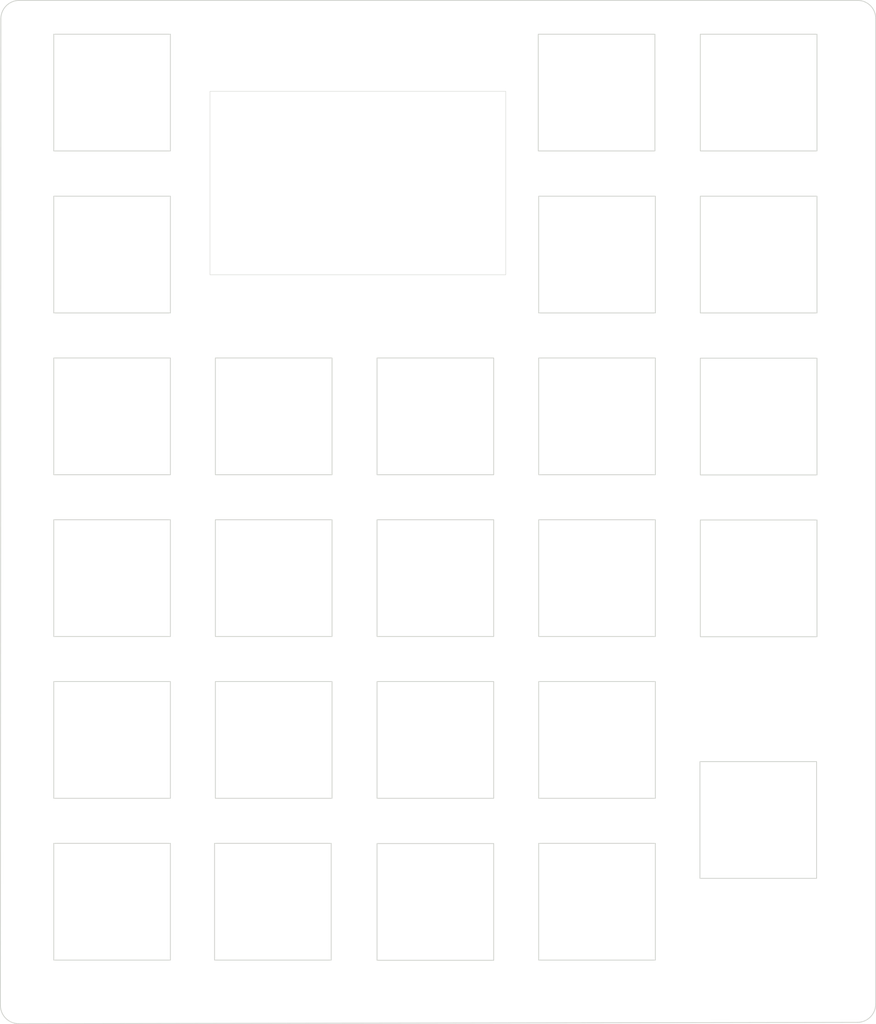
<source format=kicad_pcb>
(kicad_pcb (version 20210228) (generator pcbnew)

  (general
    (thickness 1.6)
  )

  (paper "A4")
  (layers
    (0 "F.Cu" signal)
    (31 "B.Cu" signal)
    (32 "B.Adhes" user "B.Adhesive")
    (33 "F.Adhes" user "F.Adhesive")
    (34 "B.Paste" user)
    (35 "F.Paste" user)
    (36 "B.SilkS" user "B.Silkscreen")
    (37 "F.SilkS" user "F.Silkscreen")
    (38 "B.Mask" user)
    (39 "F.Mask" user)
    (40 "Dwgs.User" user "User.Drawings")
    (41 "Cmts.User" user "User.Comments")
    (42 "Eco1.User" user "User.Eco1")
    (43 "Eco2.User" user "User.Eco2")
    (44 "Edge.Cuts" user)
    (45 "Margin" user)
    (46 "B.CrtYd" user "B.Courtyard")
    (47 "F.CrtYd" user "F.Courtyard")
    (48 "B.Fab" user)
    (49 "F.Fab" user)
    (50 "User.1" user)
    (51 "User.2" user)
    (52 "User.3" user)
    (53 "User.4" user)
    (54 "User.5" user)
    (55 "User.6" user)
    (56 "User.7" user)
    (57 "User.8" user)
    (58 "User.9" user)
  )

  (setup
    (pad_to_mask_clearance 0)
    (pcbplotparams
      (layerselection 0x00010fc_ffffffff)
      (disableapertmacros false)
      (usegerberextensions false)
      (usegerberattributes true)
      (usegerberadvancedattributes true)
      (creategerberjobfile true)
      (svguseinch false)
      (svgprecision 6)
      (excludeedgelayer true)
      (plotframeref false)
      (viasonmask false)
      (mode 1)
      (useauxorigin false)
      (hpglpennumber 1)
      (hpglpenspeed 20)
      (hpglpendiameter 15.000000)
      (dxfpolygonmode true)
      (dxfimperialunits true)
      (dxfusepcbnewfont true)
      (psnegative false)
      (psa4output false)
      (plotreference true)
      (plotvalue true)
      (plotinvisibletext false)
      (sketchpadsonfab false)
      (subtractmaskfromsilk false)
      (outputformat 1)
      (mirror false)
      (drillshape 1)
      (scaleselection 1)
      (outputdirectory "")
    )
  )


  (net 0 "")

  (gr_rect (start 64.3 147.675) (end 78.3 161.675) (layer "Edge.Cuts") (width 0.1) (fill none) (tstamp 09806bb8-e09c-44ad-a03b-431ad123b3d6))
  (gr_rect (start 83.7 128.275) (end 97.7 142.275) (layer "Edge.Cuts") (width 0.1) (fill none) (tstamp 0a2273ca-78c5-4f47-9df4-45c848e21f85))
  (gr_rect (start 83.05 98.9) (end 118.55 76.9) (layer "Edge.Cuts") (width 0.05) (fill none) (tstamp 1d74147a-ddec-434b-bbc8-05dee9e66e28))
  (gr_rect (start 141.9 70.05) (end 155.9 84.05) (layer "Edge.Cuts") (width 0.1) (fill none) (tstamp 1d94acb7-7df5-4ab7-8b60-9a91e156ce2e))
  (gr_rect (start 103.1 147.675) (end 117.1 161.675) (layer "Edge.Cuts") (width 0.1) (fill none) (tstamp 25ff1308-8da3-49cf-b4ed-a6367423487e))
  (gr_rect (start 122.5 89.475) (end 136.5 103.475) (layer "Edge.Cuts") (width 0.1) (fill none) (tstamp 27c3e0bb-6404-4d3a-9da8-fd8e4c6fb739))
  (gr_line (start 162.944365 68.155635) (end 162.944365 186.344365) (layer "Edge.Cuts") (width 0.1) (tstamp 27db3e33-3445-4b98-bbce-b180133dc39a))
  (gr_rect (start 122.5 167.075) (end 136.5 181.075) (layer "Edge.Cuts") (width 0.1) (fill none) (tstamp 280dbc2c-d7ae-44d9-8530-7daf36afb05a))
  (gr_rect (start 83.6 167.075) (end 97.6 181.075) (layer "Edge.Cuts") (width 0.1) (fill none) (tstamp 2e45e8e8-3aca-4433-a05b-993f8a50a7b6))
  (gr_line (start 60.155635 66) (end 160.744365 66) (layer "Edge.Cuts") (width 0.1) (locked) (tstamp 403190ac-71f4-4abe-ba13-105efce55ddd))
  (gr_rect (start 83.7 147.675) (end 97.7 161.675) (layer "Edge.Cuts") (width 0.1) (fill none) (tstamp 4552f65a-b65f-4954-9642-09962ab5cfe6))
  (gr_rect (start 122.5 128.275) (end 136.5 142.275) (layer "Edge.Cuts") (width 0.1) (fill none) (tstamp 50d37bd1-6574-4f04-a2be-e8cffb72569d))
  (gr_rect (start 141.85 157.275) (end 155.85 171.275) (layer "Edge.Cuts") (width 0.1) (fill none) (tstamp 6fbffe7e-2aa7-4025-a465-9e95cd7b75ed))
  (gr_rect (start 103.1 167.1) (end 117.1 181.1) (layer "Edge.Cuts") (width 0.1) (fill none) (tstamp 75c575a1-9b65-4361-8ef2-5bf3136612a6))
  (gr_rect (start 83.7 108.875) (end 97.7 122.875) (layer "Edge.Cuts") (width 0.1) (fill none) (tstamp 8bac7d56-7663-4e1c-9ff3-0f84e46ea33e))
  (gr_line (start 57.9 186.5) (end 57.955635 68.2) (layer "Edge.Cuts") (width 0.1) (tstamp 8becb411-a2df-43de-9455-c670aa699aa3))
  (gr_rect (start 64.3 128.275) (end 78.3 142.275) (layer "Edge.Cuts") (width 0.1) (fill none) (tstamp 9838b388-b549-4013-920a-bbfc4a7bf8d6))
  (gr_arc (start 160.788282 68.155635) (end 160.744365 66) (angle 91.16713205) (layer "Edge.Cuts") (width 0.1) (tstamp 99397dd0-b566-4407-81dd-4d3a28d408ba))
  (gr_line (start 160.744365 188.544365) (end 60.1 188.7) (layer "Edge.Cuts") (width 0.1) (tstamp 9f109dc4-0656-40c4-823b-a7199410ae9f))
  (gr_rect (start 141.9 89.475) (end 155.9 103.475) (layer "Edge.Cuts") (width 0.1) (fill none) (tstamp a9681f74-ae03-4670-a3d6-d5511443bed7))
  (gr_arc (start 60.155635 68.2) (end 60.155635 66) (angle -90) (layer "Edge.Cuts") (width 0.1) (tstamp ac8915bc-6d40-46dd-952d-6910c7026d15))
  (gr_rect (start 103.1 128.275) (end 117.1 142.275) (layer "Edge.Cuts") (width 0.1) (fill none) (tstamp c7c4619c-df43-41e8-85da-0bf60acf8b54))
  (gr_rect (start 64.3 108.875) (end 78.3 122.875) (layer "Edge.Cuts") (width 0.1) (fill none) (tstamp cd2c623c-26c9-466b-94f6-f344f74fbd8a))
  (gr_rect (start 122.5 108.875) (end 136.5 122.875) (layer "Edge.Cuts") (width 0.1) (fill none) (tstamp cd9e5553-e71f-4fe9-839f-b2aea9584037))
  (gr_rect (start 64.3 70.05) (end 78.3 84.05) (layer "Edge.Cuts") (width 0.1) (fill none) (tstamp cefe48d8-bb78-4510-9e70-54f68d012247))
  (gr_rect (start 141.9 108.9) (end 155.9 122.9) (layer "Edge.Cuts") (width 0.1) (fill none) (tstamp d69649e7-6552-4a79-a3ad-a25f06e57d18))
  (gr_rect (start 141.9 128.3) (end 155.9 142.3) (layer "Edge.Cuts") (width 0.1) (fill none) (tstamp d8e67154-2ab1-419a-8cb7-11374b665d9b))
  (gr_rect (start 122.5 147.675) (end 136.5 161.675) (layer "Edge.Cuts") (width 0.1) (fill none) (tstamp d917d898-153c-4676-ad18-629c4a41165a))
  (gr_arc (start 60.1 186.5) (end 60.1 188.7) (angle 90) (layer "Edge.Cuts") (width 0.1) (tstamp d96ca599-6535-4dbe-b4f5-663fe2e68956))
  (gr_rect (start 64.3 167.075) (end 78.3 181.075) (layer "Edge.Cuts") (width 0.1) (fill none) (tstamp e43aa3f6-f364-4902-ba15-55349e21dd8a))
  (gr_rect (start 64.3 89.475) (end 78.3 103.475) (layer "Edge.Cuts") (width 0.1) (fill none) (tstamp e6e01f1c-1329-4a68-ab49-85455c673ea6))
  (gr_arc (start 160.744365 186.344365) (end 162.944365 186.344365) (angle 90) (layer "Edge.Cuts") (width 0.1) (tstamp ef1ac50e-afcf-4333-aeb2-ec8ab3825bb3))
  (gr_rect (start 122.45 70.05) (end 136.45 84.05) (layer "Edge.Cuts") (width 0.1) (fill none) (tstamp ef9bbcde-2296-4d71-a30d-c897e83a78eb))
  (gr_rect (start 103.1 108.875) (end 117.1 122.875) (layer "Edge.Cuts") (width 0.1) (fill none) (tstamp f6138d28-a27c-41c9-aff4-768603e05543))

)

</source>
